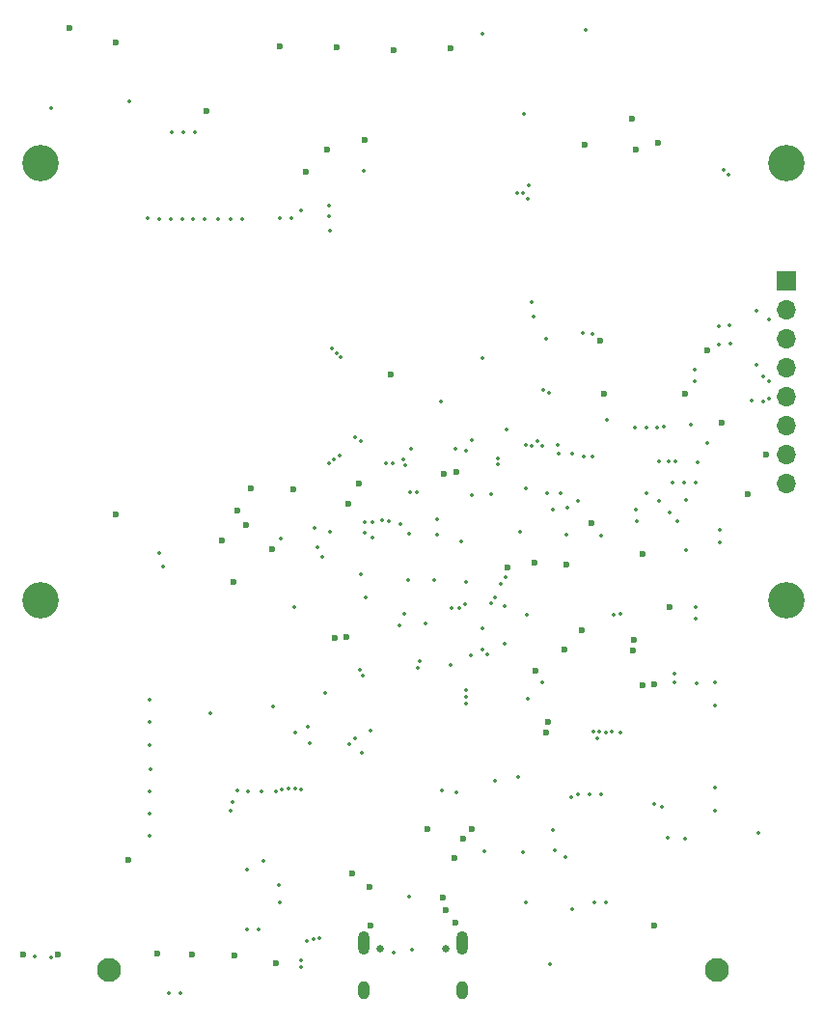
<source format=gbr>
%TF.GenerationSoftware,KiCad,Pcbnew,(6.0.11)*%
%TF.CreationDate,2023-04-23T13:39:53-07:00*%
%TF.ProjectId,EV6 Board Design,45563620-426f-4617-9264-204465736967,rev?*%
%TF.SameCoordinates,Original*%
%TF.FileFunction,Soldermask,Bot*%
%TF.FilePolarity,Negative*%
%FSLAX46Y46*%
G04 Gerber Fmt 4.6, Leading zero omitted, Abs format (unit mm)*
G04 Created by KiCad (PCBNEW (6.0.11)) date 2023-04-23 13:39:53*
%MOMM*%
%LPD*%
G01*
G04 APERTURE LIST*
%ADD10C,3.200000*%
%ADD11C,2.100000*%
%ADD12R,1.700000X1.700000*%
%ADD13O,1.700000X1.700000*%
%ADD14C,0.650000*%
%ADD15O,1.000000X2.100000*%
%ADD16O,1.000000X1.600000*%
%ADD17C,0.350000*%
%ADD18C,0.600000*%
G04 APERTURE END LIST*
D10*
%TO.C,REF\u002A\u002A*%
X206750000Y-120600000D03*
%TD*%
%TO.C,REF\u002A\u002A*%
X206750000Y-82300000D03*
%TD*%
D11*
%TO.C,REF\u002A\u002A*%
X266100000Y-153020000D03*
%TD*%
D12*
%TO.C,J4*%
X272250000Y-92560000D03*
D13*
X272250000Y-95100000D03*
X272250000Y-97640000D03*
X272250000Y-100180000D03*
X272250000Y-102720000D03*
X272250000Y-105260000D03*
X272250000Y-107800000D03*
X272250000Y-110340000D03*
%TD*%
D10*
%TO.C,REF\u002A\u002A*%
X272250000Y-120600000D03*
%TD*%
%TO.C,REF\u002A\u002A*%
X272250000Y-82300000D03*
%TD*%
D11*
%TO.C,REF\u002A\u002A*%
X212800000Y-153020000D03*
%TD*%
D14*
%TO.C,J9*%
X236560000Y-151200000D03*
X242340000Y-151200000D03*
D15*
X243770000Y-150670000D03*
X235130000Y-150670000D03*
D16*
X243770000Y-154850000D03*
X235130000Y-154850000D03*
%TD*%
D17*
X261840000Y-141470000D03*
X263320000Y-141500000D03*
D18*
X254555000Y-80655000D03*
X209290000Y-70400000D03*
X213380000Y-71700000D03*
X221350000Y-77730000D03*
X237550000Y-100840000D03*
X230100000Y-83050000D03*
X231940000Y-81050000D03*
X235209500Y-80200500D03*
X227790000Y-72020000D03*
X232800000Y-72140000D03*
X237800000Y-72340000D03*
X242800000Y-72180000D03*
X260980000Y-80510000D03*
X258650000Y-78400000D03*
X259000000Y-81110000D03*
X265300000Y-98700000D03*
X255863000Y-97887000D03*
X256250000Y-102460000D03*
X263310000Y-102470000D03*
X266525500Y-105050000D03*
X270430000Y-107800000D03*
X268880000Y-111320000D03*
X262000000Y-121200000D03*
X259650000Y-116550000D03*
X255100878Y-113816541D03*
X252950000Y-117500000D03*
X250150000Y-117300000D03*
X247750000Y-117700000D03*
X243300000Y-109350000D03*
X242200000Y-109550000D03*
X233800000Y-112120000D03*
X234750000Y-110400000D03*
X213380000Y-113120000D03*
X228960000Y-110850000D03*
X225250000Y-110820000D03*
X227100000Y-116150000D03*
X224800000Y-114050000D03*
X224015000Y-112735000D03*
X222690000Y-115390000D03*
X223750000Y-119000000D03*
X233600000Y-123850000D03*
X232606611Y-123960377D03*
X251190497Y-132249503D03*
X251300000Y-131250000D03*
X250250000Y-126770000D03*
X252775000Y-124925000D03*
X254240000Y-123250000D03*
X258812206Y-124092206D03*
X258800000Y-125050000D03*
X259650000Y-128110000D03*
X260620000Y-128010000D03*
X240733000Y-140660023D03*
X244655000Y-140725000D03*
X243900000Y-141510000D03*
X243120000Y-143230000D03*
X214450000Y-143380000D03*
X205250000Y-151680000D03*
X208320000Y-151660000D03*
X217000000Y-151610000D03*
X220050000Y-151730000D03*
X227434813Y-152423000D03*
X223800000Y-151790000D03*
X234125688Y-144574312D03*
X235635000Y-145785000D03*
X235780000Y-149170000D03*
X242050000Y-146713000D03*
X242360000Y-147790000D03*
X243200000Y-148920000D03*
X260590000Y-149170000D03*
D17*
X270690000Y-95950000D03*
X270690000Y-101430000D03*
X269610000Y-99980000D03*
X269599609Y-95187104D03*
X270725411Y-102939103D03*
X270160000Y-101002000D03*
X238586331Y-108245758D03*
X238360000Y-113912000D03*
X238780000Y-108760000D03*
X239118801Y-114801199D03*
X251130000Y-97660000D03*
X247203563Y-119146500D03*
X248900000Y-114650000D03*
X229030000Y-121230000D03*
X227174713Y-129914713D03*
X252950000Y-114900000D03*
X244550000Y-125450000D03*
X262679913Y-113643530D03*
X251740000Y-140740000D03*
X255609462Y-132750538D03*
X251900000Y-142549500D03*
X264280000Y-122270000D03*
X249400000Y-147100000D03*
X224890378Y-149513556D03*
X265300000Y-106800000D03*
X256000000Y-114950000D03*
X259100000Y-113650000D03*
X225920000Y-149474500D03*
X249150000Y-142700000D03*
X239083725Y-146649500D03*
X253940000Y-111940000D03*
X221650000Y-130500000D03*
X245688000Y-142650000D03*
X224935000Y-144215000D03*
X242750000Y-126300000D03*
X254600000Y-70550000D03*
X264450500Y-108550000D03*
X269750000Y-141050000D03*
X229624500Y-152240000D03*
X240050000Y-125950000D03*
X234970000Y-133990000D03*
X229624500Y-152789503D03*
X235730000Y-132030000D03*
X239910562Y-126538104D03*
X227742000Y-147154500D03*
X227860000Y-115160000D03*
X239406188Y-151306188D03*
X237800000Y-151550000D03*
X255261051Y-132125538D03*
X247530000Y-124464047D03*
X249372000Y-110805504D03*
X262466003Y-108448500D03*
X247548500Y-121120000D03*
X244080403Y-118991217D03*
X249373725Y-106991851D03*
X206250000Y-151890000D03*
X234424500Y-106308000D03*
X207708220Y-151944041D03*
X234927130Y-106635000D03*
X251460000Y-152560000D03*
X251730000Y-112653000D03*
X261980000Y-112930000D03*
X264360000Y-127940000D03*
X264280000Y-121180000D03*
X252880000Y-143150000D03*
X253410000Y-147710000D03*
X244150000Y-129670000D03*
X231250000Y-150270000D03*
X249520287Y-129259713D03*
X250774500Y-127790000D03*
X255195000Y-108045000D03*
X253330000Y-137900000D03*
X235180000Y-82960000D03*
X249478331Y-121910000D03*
X260660000Y-138490000D03*
X230160000Y-150470000D03*
X244156500Y-128470000D03*
X222400000Y-87150000D03*
X262249964Y-110250036D03*
X223450000Y-87150000D03*
X263249397Y-110261821D03*
X224500000Y-87150000D03*
X264268261Y-110315885D03*
X230420170Y-133115000D03*
X226147000Y-137400000D03*
X233912670Y-133231671D03*
X246345000Y-120845000D03*
X246670000Y-120350000D03*
X234382573Y-132761769D03*
X237339388Y-113641212D03*
X218010000Y-155120000D03*
X236790000Y-113630000D03*
X219020000Y-155070000D03*
X249590000Y-84220000D03*
X255968792Y-137679969D03*
X266270552Y-96540411D03*
X253473500Y-107746500D03*
X267160000Y-83285763D03*
X266331312Y-98180351D03*
X237679713Y-108570287D03*
X254969290Y-137680604D03*
X267270000Y-96530000D03*
X252266750Y-107786750D03*
X267330000Y-98140000D03*
X249570000Y-85390000D03*
X266722000Y-82847763D03*
X237060000Y-108570000D03*
X229144626Y-137108384D03*
X223501000Y-139085414D03*
X230800000Y-114300000D03*
X224028265Y-137315620D03*
X232200000Y-114650000D03*
X231041676Y-115961775D03*
X227473000Y-137397000D03*
X244156500Y-129110000D03*
X230705570Y-150344494D03*
X231500000Y-116850000D03*
X228525200Y-137108384D03*
X234848560Y-126749350D03*
X229684820Y-137209102D03*
X226380000Y-143500000D03*
X235032928Y-127267000D03*
X247641224Y-105652000D03*
X243159164Y-107323319D03*
X263439628Y-111830912D03*
X216203414Y-87103046D03*
X244149583Y-107457756D03*
X217200692Y-87169691D03*
X244605068Y-106554932D03*
X218200000Y-87150000D03*
X265924500Y-129870000D03*
X262400000Y-127780000D03*
X265924500Y-127850000D03*
X262410000Y-127070000D03*
X257695834Y-121821500D03*
X265924500Y-137050000D03*
X257110000Y-121930000D03*
X265924500Y-139050000D03*
X231731500Y-128747000D03*
X227981659Y-137189108D03*
X230200000Y-131687000D03*
X225027000Y-137354767D03*
X259059238Y-112651329D03*
X207745000Y-77415000D03*
X214550000Y-76840000D03*
X252990000Y-112480000D03*
X249919030Y-107059622D03*
X252390000Y-111200000D03*
X259990000Y-111200000D03*
X249130000Y-84870000D03*
X252157938Y-106957938D03*
X251247563Y-111200000D03*
X250795000Y-107115000D03*
X261040000Y-111890000D03*
X248580641Y-84857458D03*
X245600000Y-70920000D03*
X249180000Y-77960000D03*
X229155000Y-132239000D03*
X223593000Y-138281470D03*
X238728000Y-121835000D03*
X261916500Y-108448500D03*
X261040500Y-108448500D03*
X246011901Y-125340547D03*
X263465523Y-116194477D03*
X234930000Y-118350000D03*
X240540000Y-122641000D03*
X239330937Y-107289063D03*
X261290000Y-138740000D03*
X245520000Y-124920000D03*
X241900000Y-103150500D03*
X250356664Y-106615782D03*
X227800000Y-87100000D03*
X232200000Y-88200000D03*
X228799503Y-87100000D03*
X232100000Y-86900000D03*
X229650000Y-86437000D03*
X232090000Y-86010000D03*
X235280000Y-120380000D03*
X227710000Y-145560000D03*
X216330000Y-129360000D03*
X239800000Y-111100000D03*
X238300000Y-122790000D03*
X221198509Y-87150000D03*
X239055000Y-118880000D03*
X220354063Y-79575500D03*
X241350500Y-118815000D03*
X245590000Y-99400000D03*
X263888000Y-105190962D03*
X261469096Y-105418881D03*
X250901109Y-102127000D03*
X220199006Y-87150000D03*
X243700000Y-115450000D03*
X219350000Y-79570000D03*
X254362000Y-97190000D03*
X254473000Y-107973000D03*
X253970000Y-137660000D03*
X255238000Y-97230000D03*
X244612104Y-111350000D03*
X219199503Y-87150000D03*
X218300000Y-79575500D03*
X247567728Y-118592272D03*
X246314023Y-111285977D03*
X239250497Y-111100000D03*
X216320000Y-131290000D03*
X216340000Y-133310000D03*
X217206500Y-116460000D03*
X216450000Y-135410000D03*
X217533500Y-117620000D03*
X216360000Y-141240000D03*
X251400500Y-102454000D03*
X232073935Y-108562000D03*
X256514062Y-104784062D03*
X260920000Y-105440000D03*
X232371783Y-98543990D03*
X233030000Y-107908000D03*
X250040000Y-95750000D03*
X216360000Y-137400000D03*
X233148897Y-99321104D03*
X249850000Y-94500000D03*
X216320000Y-139350000D03*
X232760340Y-98932547D03*
X232528897Y-108235000D03*
X246880000Y-108720000D03*
X266430000Y-115530000D03*
X264170000Y-101360000D03*
X269220000Y-103090000D03*
X259970000Y-105462000D03*
X255400000Y-147080000D03*
X264147794Y-100360745D03*
X270217737Y-103149389D03*
X256430000Y-147080000D03*
X258940644Y-105430644D03*
X246880000Y-108170497D03*
X266420000Y-114480000D03*
X243500000Y-121291000D03*
X256355439Y-132213388D03*
X241540000Y-114850000D03*
X241575500Y-113527306D03*
X235880000Y-115120000D03*
X235890000Y-113770000D03*
X235270000Y-114668000D03*
X235240713Y-113761287D03*
X242824500Y-121291000D03*
X255810209Y-132144995D03*
X257690000Y-132190000D03*
X244075500Y-120972000D03*
X256903586Y-132174818D03*
X245561808Y-123118192D03*
X241980000Y-137310000D03*
X248690000Y-136092000D03*
X243260000Y-137440000D03*
X246648500Y-136432000D03*
M02*

</source>
